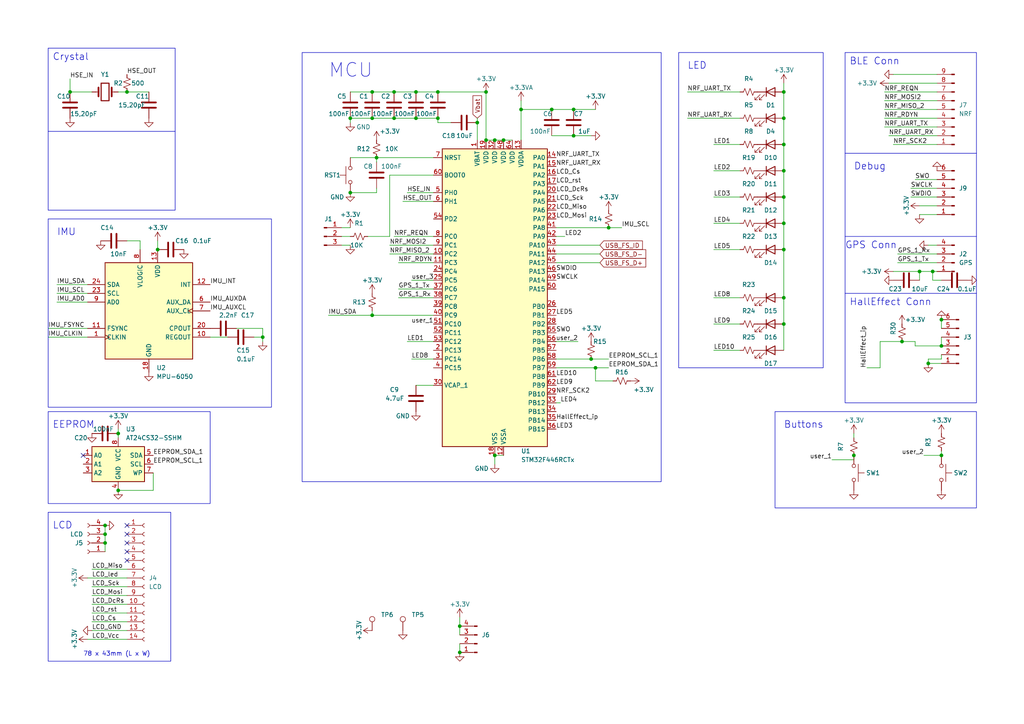
<source format=kicad_sch>
(kicad_sch (version 20230121) (generator eeschema)
  (paper "A4")
  (junction (at 34.29 125.73))
  (junction (at 261.62 99.06))
  (junction (at 247.65 132.08))
  (junction (at 140.97 26.67))
  (junction (at 227.33 72.39))
  (junction (at 138.43 35.56))
  (junction (at 109.22 45.72))
  (junction (at 166.37 39.37))
  (junction (at 107.95 26.67))
  (junction (at 143.51 40.64))
  (junction (at 269.24 105.41))
  (junction (at 76.2 97.79))
  (junction (at 151.13 31.75))
  (junction (at 160.02 31.75))
  (junction (at 273.05 132.08))
  (junction (at 133.35 181.61))
  (junction (at 45.72 72.39))
  (junction (at 107.95 34.29))
  (junction (at 127 26.67))
  (junction (at 114.3 34.29))
  (junction (at 146.05 40.64))
  (junction (at 20.32 26.67))
  (junction (at 273.05 100.33))
  (junction (at 143.51 132.08))
  (junction (at 270.51 78.74))
  (junction (at 30.48 152.4))
  (junction (at 227.33 41.91))
  (junction (at 120.65 26.67))
  (junction (at 266.7 78.74))
  (junction (at 34.29 142.24))
  (junction (at 227.33 49.53))
  (junction (at 176.53 66.04))
  (junction (at 227.33 86.36))
  (junction (at 166.37 31.75))
  (junction (at 120.65 34.29))
  (junction (at 30.48 157.48))
  (junction (at 101.6 55.88))
  (junction (at 36.83 26.67))
  (junction (at 127 34.29))
  (junction (at 227.33 57.15))
  (junction (at 133.35 189.23))
  (junction (at 172.72 106.68))
  (junction (at 273.05 92.71))
  (junction (at 30.48 154.94))
  (junction (at 140.97 40.64))
  (junction (at 227.33 34.29))
  (junction (at 171.45 104.14))
  (junction (at 107.95 91.44))
  (junction (at 227.33 26.67))
  (junction (at 101.6 34.29))
  (junction (at 114.3 26.67))
  (junction (at 227.33 93.98))
  (junction (at 227.33 64.77))
  (no_connect (at 24.13 132.08))
  (no_connect (at 36.83 152.4))
  (no_connect (at 36.83 154.94))
  (no_connect (at 36.83 162.56))
  (no_connect (at 36.83 160.02))
  (no_connect (at 36.83 157.48))
  (wire (pts (xy 151.13 29.21) (xy 151.13 31.75)))
  (wire (pts (xy 227.33 24.13) (xy 227.33 26.67)))
  (wire (pts (xy 161.29 68.58) (xy 163.83 68.58)))
  (wire (pts (xy 260.35 73.66) (xy 271.78 73.66)))
  (wire (pts (xy 265.43 52.07) (xy 271.78 52.07)))
  (wire (pts (xy 34.29 26.67) (xy 36.83 26.67)))
  (wire (pts (xy 146.05 40.64) (xy 148.59 40.64)))
  (wire (pts (xy 176.53 106.68) (xy 172.72 106.68)))
  (wire (pts (xy 257.81 24.13) (xy 271.78 24.13)))
  (wire (pts (xy 177.8 110.49) (xy 172.72 110.49)))
  (wire (pts (xy 265.43 99.06) (xy 265.43 100.33)))
  (wire (pts (xy 257.81 39.37) (xy 271.78 39.37)))
  (wire (pts (xy 269.24 104.14) (xy 269.24 105.41)))
  (wire (pts (xy 101.6 34.29) (xy 107.95 34.29)))
  (wire (pts (xy 26.67 175.26) (xy 36.83 175.26)))
  (wire (pts (xy 256.54 26.67) (xy 271.78 26.67)))
  (wire (pts (xy 118.11 55.88) (xy 125.73 55.88)))
  (wire (pts (xy 270.51 78.74) (xy 271.78 78.74)))
  (wire (pts (xy 162.56 116.84) (xy 161.29 116.84)))
  (wire (pts (xy 114.3 34.29) (xy 120.65 34.29)))
  (wire (pts (xy 107.95 91.44) (xy 125.73 91.44)))
  (wire (pts (xy 113.03 73.66) (xy 125.73 73.66)))
  (wire (pts (xy 264.16 57.15) (xy 271.78 57.15)))
  (wire (pts (xy 227.33 26.67) (xy 227.33 34.29)))
  (wire (pts (xy 161.29 71.12) (xy 173.99 71.12)))
  (wire (pts (xy 255.27 99.06) (xy 261.62 99.06)))
  (wire (pts (xy 199.39 34.29) (xy 214.63 34.29)))
  (wire (pts (xy 95.25 91.44) (xy 107.95 91.44)))
  (wire (pts (xy 273.05 92.71) (xy 273.05 95.25)))
  (wire (pts (xy 241.3 133.35) (xy 247.65 133.35)))
  (wire (pts (xy 20.32 26.67) (xy 26.67 26.67)))
  (wire (pts (xy 266.7 59.69) (xy 271.78 59.69)))
  (wire (pts (xy 227.33 34.29) (xy 227.33 41.91)))
  (wire (pts (xy 36.83 69.85) (xy 40.64 69.85)))
  (wire (pts (xy 44.45 137.16) (xy 44.45 142.24)))
  (wire (pts (xy 143.51 40.64) (xy 146.05 40.64)))
  (wire (pts (xy 266.7 78.74) (xy 270.51 78.74)))
  (wire (pts (xy 120.65 111.76) (xy 125.73 111.76)))
  (wire (pts (xy 30.48 154.94) (xy 30.48 157.48)))
  (wire (pts (xy 60.96 97.79) (xy 66.04 97.79)))
  (wire (pts (xy 140.97 26.67) (xy 140.97 40.64)))
  (wire (pts (xy 109.22 55.88) (xy 101.6 55.88)))
  (wire (pts (xy 273.05 105.41) (xy 269.24 105.41)))
  (wire (pts (xy 26.67 177.8) (xy 36.83 177.8)))
  (wire (pts (xy 151.13 31.75) (xy 160.02 31.75)))
  (wire (pts (xy 76.2 95.25) (xy 76.2 97.79)))
  (wire (pts (xy 171.45 39.37) (xy 166.37 39.37)))
  (wire (pts (xy 269.24 71.12) (xy 271.78 71.12)))
  (wire (pts (xy 138.43 35.56) (xy 138.43 40.64)))
  (wire (pts (xy 171.45 104.14) (xy 161.29 104.14)))
  (wire (pts (xy 13.97 95.25) (xy 25.4 95.25)))
  (wire (pts (xy 199.39 26.67) (xy 214.63 26.67)))
  (wire (pts (xy 133.35 186.69) (xy 133.35 189.23)))
  (wire (pts (xy 99.06 71.12) (xy 101.6 71.12)))
  (wire (pts (xy 76.2 97.79) (xy 76.2 99.06)))
  (wire (pts (xy 227.33 86.36) (xy 227.33 93.98)))
  (wire (pts (xy 227.33 41.91) (xy 227.33 49.53)))
  (wire (pts (xy 115.57 86.36) (xy 125.73 86.36)))
  (wire (pts (xy 140.97 40.64) (xy 143.51 40.64)))
  (wire (pts (xy 256.54 36.83) (xy 271.78 36.83)))
  (wire (pts (xy 107.95 34.29) (xy 114.3 34.29)))
  (wire (pts (xy 227.33 64.77) (xy 227.33 72.39)))
  (wire (pts (xy 265.43 100.33) (xy 273.05 100.33)))
  (wire (pts (xy 99.06 66.04) (xy 101.6 66.04)))
  (wire (pts (xy 127 35.56) (xy 127 34.29)))
  (wire (pts (xy 247.65 125.73) (xy 247.65 127)))
  (wire (pts (xy 109.22 55.88) (xy 109.22 54.61)))
  (wire (pts (xy 45.72 69.85) (xy 45.72 72.39)))
  (wire (pts (xy 73.66 97.79) (xy 76.2 97.79)))
  (wire (pts (xy 172.72 110.49) (xy 172.72 106.68)))
  (wire (pts (xy 120.65 26.67) (xy 127 26.67)))
  (wire (pts (xy 16.51 82.55) (xy 25.4 82.55)))
  (wire (pts (xy 166.37 31.75) (xy 172.72 31.75)))
  (wire (pts (xy 109.22 46.99) (xy 109.22 45.72)))
  (wire (pts (xy 207.01 57.15) (xy 214.63 57.15)))
  (wire (pts (xy 266.7 62.23) (xy 271.78 62.23)))
  (wire (pts (xy 13.97 97.79) (xy 25.4 97.79)))
  (wire (pts (xy 264.16 54.61) (xy 271.78 54.61)))
  (wire (pts (xy 247.65 133.35) (xy 247.65 132.08)))
  (wire (pts (xy 107.95 90.17) (xy 107.95 91.44)))
  (wire (pts (xy 160.02 31.75) (xy 166.37 31.75)))
  (wire (pts (xy 40.64 69.85) (xy 40.64 72.39)))
  (wire (pts (xy 118.11 99.06) (xy 125.73 99.06)))
  (wire (pts (xy 207.01 72.39) (xy 214.63 72.39)))
  (wire (pts (xy 113.03 68.58) (xy 113.03 50.8)))
  (wire (pts (xy 101.6 26.67) (xy 107.95 26.67)))
  (wire (pts (xy 30.48 157.48) (xy 30.48 160.02)))
  (wire (pts (xy 101.6 45.72) (xy 109.22 45.72)))
  (wire (pts (xy 273.05 81.28) (xy 270.51 81.28)))
  (wire (pts (xy 259.08 21.59) (xy 271.78 21.59)))
  (wire (pts (xy 207.01 64.77) (xy 214.63 64.77)))
  (wire (pts (xy 176.53 104.14) (xy 171.45 104.14)))
  (wire (pts (xy 255.27 106.68) (xy 255.27 99.06)))
  (wire (pts (xy 207.01 49.53) (xy 214.63 49.53)))
  (wire (pts (xy 114.3 68.58) (xy 125.73 68.58)))
  (wire (pts (xy 107.95 26.67) (xy 114.3 26.67)))
  (wire (pts (xy 160.02 39.37) (xy 166.37 39.37)))
  (wire (pts (xy 20.32 22.86) (xy 20.32 26.67)))
  (wire (pts (xy 16.51 85.09) (xy 25.4 85.09)))
  (wire (pts (xy 207.01 93.98) (xy 214.63 93.98)))
  (wire (pts (xy 113.03 71.12) (xy 125.73 71.12)))
  (wire (pts (xy 259.08 41.91) (xy 271.78 41.91)))
  (wire (pts (xy 101.6 35.56) (xy 101.6 34.29)))
  (wire (pts (xy 120.65 34.29) (xy 127 34.29)))
  (wire (pts (xy 256.54 34.29) (xy 271.78 34.29)))
  (wire (pts (xy 273.05 102.87) (xy 273.05 104.14)))
  (wire (pts (xy 207.01 41.91) (xy 214.63 41.91)))
  (wire (pts (xy 180.34 66.04) (xy 176.53 66.04)))
  (wire (pts (xy 34.29 124.46) (xy 34.29 125.73)))
  (wire (pts (xy 267.97 132.08) (xy 273.05 132.08)))
  (wire (pts (xy 116.84 58.42) (xy 125.73 58.42)))
  (wire (pts (xy 227.33 72.39) (xy 227.33 86.36)))
  (wire (pts (xy 227.33 93.98) (xy 227.33 101.6)))
  (wire (pts (xy 227.33 57.15) (xy 227.33 64.77)))
  (wire (pts (xy 68.58 95.25) (xy 76.2 95.25)))
  (wire (pts (xy 256.54 31.75) (xy 271.78 31.75)))
  (wire (pts (xy 26.67 165.1) (xy 36.83 165.1)))
  (wire (pts (xy 256.54 29.21) (xy 271.78 29.21)))
  (wire (pts (xy 133.35 181.61) (xy 133.35 184.15)))
  (wire (pts (xy 115.57 76.2) (xy 125.73 76.2)))
  (wire (pts (xy 138.43 34.29) (xy 138.43 35.56)))
  (wire (pts (xy 16.51 87.63) (xy 25.4 87.63)))
  (wire (pts (xy 161.29 76.2) (xy 173.99 76.2)))
  (wire (pts (xy 151.13 31.75) (xy 151.13 40.64)))
  (wire (pts (xy 227.33 49.53) (xy 227.33 57.15)))
  (wire (pts (xy 26.67 172.72) (xy 36.83 172.72)))
  (wire (pts (xy 207.01 86.36) (xy 214.63 86.36)))
  (wire (pts (xy 270.51 81.28) (xy 270.51 78.74)))
  (wire (pts (xy 115.57 83.82) (xy 125.73 83.82)))
  (wire (pts (xy 251.46 106.68) (xy 255.27 106.68)))
  (wire (pts (xy 260.35 76.2) (xy 271.78 76.2)))
  (wire (pts (xy 133.35 179.07) (xy 133.35 181.61)))
  (wire (pts (xy 127 26.67) (xy 140.97 26.67)))
  (wire (pts (xy 161.29 73.66) (xy 173.99 73.66)))
  (wire (pts (xy 34.29 125.73) (xy 34.29 127)))
  (wire (pts (xy 25.4 185.42) (xy 36.83 185.42)))
  (wire (pts (xy 273.05 104.14) (xy 269.24 104.14)))
  (wire (pts (xy 119.38 81.28) (xy 125.73 81.28)))
  (wire (pts (xy 30.48 152.4) (xy 30.48 154.94)))
  (wire (pts (xy 143.51 132.08) (xy 143.51 134.62)))
  (polyline (pts (xy 245.11 68.58) (xy 283.21 68.58)))
  (polyline (pts (xy 245.11 85.09) (xy 283.21 85.09)))
  (wire (pts (xy 114.3 26.67) (xy 120.65 26.67)))
  (wire (pts (xy 44.45 142.24) (xy 34.29 142.24)))
  (wire (pts (xy 130.81 35.56) (xy 127 35.56)))
  (wire (pts (xy 25.4 167.64) (xy 36.83 167.64)))
  (wire (pts (xy 259.08 78.74) (xy 266.7 78.74)))
  (wire (pts (xy 172.72 106.68) (xy 161.29 106.68)))
  (wire (pts (xy 109.22 45.72) (xy 125.73 45.72)))
  (wire (pts (xy 266.7 78.74) (xy 266.7 81.28)))
  (wire (pts (xy 26.67 170.18) (xy 36.83 170.18)))
  (wire (pts (xy 26.67 180.34) (xy 36.83 180.34)))
  (wire (pts (xy 273.05 130.81) (xy 273.05 132.08)))
  (wire (pts (xy 106.68 68.58) (xy 113.03 68.58)))
  (wire (pts (xy 99.06 68.58) (xy 101.6 68.58)))
  (wire (pts (xy 167.64 99.06) (xy 161.29 99.06)))
  (polyline (pts (xy 245.11 44.45) (xy 283.21 44.45)))
  (wire (pts (xy 261.62 99.06) (xy 265.43 99.06)))
  (wire (pts (xy 26.67 182.88) (xy 36.83 182.88)))
  (polyline (pts (xy 13.97 38.1) (xy 50.8 38.1)))
  (wire (pts (xy 113.03 50.8) (xy 125.73 50.8)))
  (wire (pts (xy 119.38 104.14) (xy 125.73 104.14)))
  (wire (pts (xy 36.83 26.67) (xy 43.18 26.67)))
  (wire (pts (xy 273.05 97.79) (xy 273.05 100.33)))
  (wire (pts (xy 207.01 101.6) (xy 214.63 101.6)))
  (wire (pts (xy 143.51 132.08) (xy 146.05 132.08)))
  (wire (pts (xy 176.53 66.04) (xy 161.29 66.04)))
  (rectangle (start 224.79 119.38) (end 283.21 147.32))
  (rectangle (start 13.97 119.38) (end 60.96 146.05))
  (rectangle (start 13.97 148.59) (end 49.53 191.77))
  (rectangle (start 245.11 15.24) (end 283.21 116.84))
  (rectangle (start 196.85 15.24) (end 238.76 106.68))
  (rectangle (start 87.63 15.24) (end 191.77 139.7))
  (rectangle (start 13.97 63.5) (end 78.74 118.11))
  (rectangle (start 13.97 13.97) (end 50.8 60.96))
  (text "Debug" (at 247.65 49.53 0) (effects (font (size 2 2)) (justify left bottom)))
  (text "GPS Conn" (at 245.11 72.39 0) (effects (font (size 2 2)) (justify left bottom)))
  (text "Buttons" (at 227.33 124.46 0) (effects (font (size 2 2)) (justify left bottom)))
  (text "78 x 43mm (L x W) " (at 24.13 190.5 0) (effects (font (size 1.27 1.27)) (justify left bottom)))
  (text "LCD" (at 15.24 153.67 0) (effects (font (size 2 2)) (justify left bottom)))
  (text "MCU" (at 95.25 22.86 0) (effects (font (size 4 4)) (justify left bottom)))
  (text "LED" (at 199.39 20.32 0) (effects (font (size 2 2)) (justify left bottom)))
  (text "IMU" (at 16.51 68.58 0) (effects (font (size 2 2)) (justify left bottom)))
  (text "HallEffect Conn" (at 246.38 88.9 0) (effects (font (size 2 2)) (justify left bottom)))
  (text "Crystal" (at 15.24 17.78 0) (effects (font (size 2 2)) (justify left bottom)))
  (text "EEPROM" (at 15.24 124.46 0) (effects (font (size 2 2)) (justify left bottom)))
  (text "BLE Conn" (at 246.38 19.05 0) (effects (font (size 2 2)) (justify left bottom)))
  (label "IMU_SDA" (at 95.25 91.44 0))
  (label "LED1" (at 118.11 99.06 0))
  (label "LCD_Mosi" (at 161.29 63.5 0))
  (label "IMU_INT" (at 60.96 82.55 0))
  (label "IMU_CLKIN" (at 13.97 97.79 0))
  (label "LED9" (at 161.29 111.76 0))
  (label "IMU_SDA" (at 16.51 82.55 0))
  (label "HSE_OUT" (at 116.84 58.42 0))
  (label "user_1" (at 241.3 133.35 180))
  (label "HSE_OUT" (at 36.83 21.59 0))
  (label "LED2" (at 163.83 68.58 0))
  (label "NRF_RDYN" (at 115.57 76.2 0))
  (label "LED8" (at 119.38 104.14 0))
  (label "NRF_SCK2" (at 161.29 114.3 0))
  (label "LCD_DcRs" (at 161.29 55.88 0))
  (label "HSE_IN" (at 118.11 55.88 0))
  (label "user_1" (at 125.73 93.98 180))
  (label "IMU_AD0" (at 16.51 87.63 0))
  (label "IMU_SCL" (at 16.51 85.09 0))
  (label "SWCLK" (at 161.29 81.28 0))
  (label "NRF_REQN" (at 114.3 68.58 0))
  (label "LED3" (at 161.29 124.46 0))
  (label "NRF_UART_TX" (at 256.54 36.83 0))
  (label "NRF_UART_RX" (at 257.81 39.37 0))
  (label "LED4" (at 162.56 116.84 0))
  (label "SWO" (at 265.43 52.07 0))
  (label "GPS_1_Rx" (at 115.57 86.36 0))
  (label "LED10" (at 161.29 109.22 0))
  (label "NRF_MOSI2" (at 256.54 29.21 0))
  (label "LED9" (at 207.01 93.98 0))
  (label "EEPROM_SCL_1" (at 176.53 104.14 0))
  (label "user_3" (at 119.38 81.28 0))
  (label "NRF_MOSI2" (at 113.03 71.12 0))
  (label "IMU_SCL" (at 180.34 66.04 0))
  (label "LCD_Sck" (at 161.29 58.42 0))
  (label "SWCLK" (at 264.16 54.61 0))
  (label "LCD_Miso" (at 161.29 60.96 0))
  (label "GPS_1_Tx" (at 115.57 83.82 0))
  (label "LED3" (at 207.01 57.15 0))
  (label "GPS_1_Tx" (at 260.35 76.2 0))
  (label "LED8" (at 207.01 86.36 0))
  (label "NRF_SCK2" (at 259.08 41.91 0))
  (label "EEPROM_SDA_1" (at 176.53 106.68 0))
  (label "NRF_MISO_2" (at 256.54 31.75 0))
  (label "LCD_Cs" (at 161.29 50.8 0))
  (label "LED10" (at 207.01 101.6 0))
  (label "NRF_UART_RX" (at 161.29 48.26 0))
  (label "LCD_Mosi" (at 26.67 172.72 0))
  (label "LED2" (at 207.01 49.53 0))
  (label "EEPROM_SCL_1" (at 44.45 134.62 0))
  (label "SWDIO" (at 264.16 57.15 0))
  (label "IMU_FSYNC" (at 13.97 95.25 0))
  (label "SWO" (at 161.29 96.52 0))
  (label "NRF_UART_TX" (at 199.39 26.67 0))
  (label "NRF_REQN" (at 256.54 26.67 0))
  (label "GPS_1_Rx" (at 260.35 73.66 0))
  (label "NRF_MISO_2" (at 113.03 73.66 0))
  (label "LCD_rst" (at 161.29 53.34 0))
  (label "LED1" (at 207.01 41.91 0))
  (label "LED4" (at 207.01 64.77 0))
  (label "HSE_IN" (at 20.32 22.86 0))
  (label "user_2" (at 167.64 99.06 180))
  (label "IMU_AUXCL" (at 60.96 90.17 0))
  (label "LED5" (at 161.29 91.44 0))
  (label "LCD_Miso" (at 26.67 165.1 0))
  (label "LCD_Vcc" (at 26.67 185.42 0))
  (label "LCD_Sck" (at 26.67 170.18 0))
  (label "HallEffect_ip" (at 161.29 121.92 0))
  (label "user_2" (at 267.97 132.08 180))
  (label "LCD_Cs" (at 26.67 180.34 0))
  (label "LCD_led" (at 26.67 167.64 0))
  (label "SWDIO" (at 161.29 78.74 0))
  (label "LCD_GND" (at 26.67 182.88 0))
  (label "HallEffect_ip" (at 251.46 106.68 90))
  (label "LCD_rst" (at 26.67 177.8 0))
  (label "LCD_DcRs" (at 26.67 175.26 0))
  (label "NRF_RDYN" (at 256.54 34.29 0))
  (label "EEPROM_SDA_1" (at 44.45 132.08 0))
  (label "NRF_UART_TX" (at 161.29 45.72 0))
  (label "IMU_AUXDA" (at 60.96 87.63 0))
  (label "LED5" (at 207.01 72.39 0))
  (label "NRF_UART_RX" (at 199.39 34.29 0))
  (global_label "Vbat" (shape input) (at 138.43 34.29 90) (property "Intersheetrefs" "${INTERSHEET_REFS}" (effects hide)))
  (global_label "USB_FS_D+" (shape input) (at 173.99 76.2 0) (property "Intersheetrefs" "${INTERSHEET_REFS}" (effects hide)))
  (global_label "USB_FS_D-" (shape input) (at 173.99 73.66 0) (property "Intersheetrefs" "${INTERSHEET_REFS}" (effects hide)))
  (global_label "USB_FS_ID" (shape input) (at 173.99 71.12 0) (property "Intersheetrefs" "${INTERSHEET_REFS}" (effects hide)))
  (symbol (lib_id "power:GND") (at 26.67 125.73 0) (unit 1)
    (property "Reference" "#PWR031" (effects hide))
    (property "Value" "GND" (effects hide))
  )
  (symbol (lib_id "power:+3.3VA") (at 151.13 29.21 0) (unit 1)
    (property "Reference" "#PWR02" (effects hide))
    (property "Value" "+3.3VA" (at 151.13 25.4 0))
  )
  (symbol (lib_id "Device:LED") (at 223.52 93.98 0) (unit 1)
    (property "Reference" "D16" (at 223.52 97.79 0))
    (property "Value" "LED" (effects hide))
    (property "Footprint" "LED_SMD:LED_PLCC-2_3.4x3.0mm_KA" (effects hide))
  )
  (symbol (lib_id "power:GND") (at 101.6 71.12 0) (unit 1)
    (property "Reference" "#PWR010" (effects hide))
    (property "Value" "GND" (effects hide))
  )
  (symbol (lib_id "Device:R_Small_US") (at 217.17 93.98 90) (unit 1)
    (property "Reference" "R24" (at 217.17 90.17 90))
    (property "Value" "1K" (effects hide))
    (property "Footprint" "Resistor_SMD:R_0805_2012Metric_Pad1.20x1.40mm_HandSolder" (effects hide))
  )
  (symbol (lib_id "power:GND") (at 26.67 182.88 270) (unit 1)
    (property "Reference" "#PWR050" (effects hide))
    (property "Value" "GND" (effects hide))
  )
  (symbol (lib_id "Device:C") (at 166.37 35.56 0) (unit 1)
    (property "Reference" "C7" (at 166.37 33.02 0) (effects (justify left)))
    (property "Value" "1uF" (at 167.64 38.1 0) (effects (justify left)))
    (property "Footprint" "Capacitor_SMD:C_0805_2012Metric_Pad1.18x1.45mm_HandSolder" (effects hide))
  )
  (symbol (lib_id "power:GND") (at 53.34 72.39 0) (unit 1)
    (property "Reference" "#PWR023" (effects hide))
    (property "Value" "GND" (effects hide))
  )
  (symbol (lib_id "Connector:Conn_01x03_Male") (at 93.98 68.58 0) (unit 1)
    (property "Reference" "J1" (at 95.25 63.5 0))
    (property "Value" "Conn_01x03_Male" (effects hide))
    (property "Footprint" "Connector_PinHeader_2.54mm:PinHeader_1x03_P2.54mm_Horizontal" (effects hide))
  )
  (symbol (lib_id "Device:R_Small_US") (at 107.95 87.63 180) (unit 1)
    (property "Reference" "R13" (at 104.14 87.63 0))
    (property "Value" "4.7k" (effects hide))
    (property "Footprint" "Resistor_SMD:R_0805_2012Metric_Pad1.20x1.40mm_HandSolder" (effects hide))
  )
  (symbol (lib_id "Device:LED") (at 223.52 101.6 0) (unit 1)
    (property "Reference" "D17" (at 223.52 105.41 0))
    (property "Value" "LED" (effects hide))
    (property "Footprint" "LED_SMD:LED_PLCC-2_3.4x3.0mm_KA" (effects hide))
  )
  (symbol (lib_id "Connector:Conn_01x09_Pin") (at 276.86 31.75 180) (unit 1)
    (property "Reference" "J7" (at 278.13 30.48 0) (effects (justify right)))
    (property "Value" "NRF" (at 278.13 33.02 0) (effects (justify right)))
    (property "Footprint" "Connector_PinSocket_2.54mm:PinSocket_1x09_P2.54mm_Vertical" (effects hide))
  )
  (symbol (lib_id "Connector:Conn_01x06_Pin") (at 278.13 100.33 180) (unit 1)
    (property "Reference" "J3" (at 279.4 97.79 0) (effects (justify right)))
    (property "Value" "Conn_01x06_Pin" (effects hide))
    (property "Footprint" "Connector_PinHeader_2.54mm:PinHeader_2x03_P2.54mm_Horizontal" (effects hide))
  )
  (symbol (lib_id "Switch:SW_Push") (at 101.6 50.8 90) (unit 1)
    (property "Reference" "RST1" (at 93.98 50.8 90) (effects (justify right)))
    (property "Value" "SW_Push" (effects hide))
    (property "Footprint" "Button_Switch_THT:SW_PUSH_6mm" (effects hide))
  )
  (symbol (lib_id "power:+3.3V") (at 172.72 31.75 0) (unit 1)
    (property "Reference" "#PWR04" (effects hide))
    (property "Value" "+3.3V" (at 172.72 27.94 0))
  )
  (symbol (lib_id "Device:R_Small_US") (at 104.14 68.58 90) (unit 1)
    (property "Reference" "R1" (at 104.14 64.77 90))
    (property "Value" "10K" (at 105.41 71.12 90) (effects (justify left)))
    (property "Footprint" "Resistor_SMD:R_0805_2012Metric_Pad1.20x1.40mm_HandSolder" (effects hide))
  )
  (symbol (lib_id "Device:C") (at 20.32 30.48 0) (unit 1)
    (property "Reference" "C10" (at 16.51 27.94 0) (effects (justify left)))
    (property "Value" "15,20pF" (at 20.32 33.02 0) (effects (justify left)))
    (property "Footprint" "Capacitor_SMD:C_0805_2012Metric_Pad1.18x1.45mm_HandSolder" (effects hide))
  )
  (symbol (lib_id "power:+3.3V") (at 107.95 182.88 90) (unit 1)
    (property "Reference" "#PWR060" (effects hide))
    (property "Value" "+3.3V" (at 104.14 182.88 0))
  )
  (symbol (lib_id "power:GND") (at 266.7 62.23 0) (unit 1)
    (property "Reference" "#PWR018" (effects hide))
    (property "Value" "GND" (effects hide))
  )
  (symbol (lib_id "Device:C") (at 114.3 30.48 0) (unit 1)
    (property "Reference" "C2" (at 110.49 27.94 0) (effects (justify left)))
    (property "Value" "100nF" (at 107.95 33.02 0) (effects (justify left)))
    (property "Footprint" "Capacitor_SMD:C_0805_2012Metric_Pad1.18x1.45mm_HandSolder" (effects hide))
  )
  (symbol (lib_id "power:GND") (at 143.51 134.62 0) (unit 1)
    (property "Reference" "#PWR07" (effects hide))
    (property "Value" "GND" (at 139.7 135.89 0))
  )
  (symbol (lib_id "Device:C") (at 120.65 115.57 0) (unit 1)
    (property "Reference" "C9" (at 113.03 113.03 0) (effects (justify left)))
    (property "Value" "4.7uF" (at 111.76 115.57 0) (effects (justify left)))
    (property "Footprint" "Capacitor_SMD:C_0805_2012Metric_Pad1.18x1.45mm_HandSolder" (effects hide))
  )
  (symbol (lib_id "Device:LED") (at 223.52 86.36 0) (unit 1)
    (property "Reference" "D15" (at 223.52 90.17 0))
    (property "Value" "LED" (effects hide))
    (property "Footprint" "LED_SMD:LED_PLCC-2_3.4x3.0mm_KA" (effects hide))
  )
  (symbol (lib_id "power:GND") (at 269.24 105.41 0) (unit 1)
    (property "Reference" "#PWR070" (effects hide))
    (property "Value" "GND" (effects hide))
  )
  (symbol (lib_id "Device:R_Small_US") (at 217.17 26.67 90) (unit 1)
    (property "Reference" "R4" (at 217.17 22.86 90))
    (property "Value" "1K" (effects hide))
    (property "Footprint" "Resistor_SMD:R_0805_2012Metric_Pad1.20x1.40mm_HandSolder" (effects hide))
  )
  (symbol (lib_id "Device:C") (at 64.77 95.25 270) (unit 1)
    (property "Reference" "C17" (at 69.85 91.44 90) (effects (justify left)))
    (property "Value" "2.2nF" (at 63.5 91.44 90) (effects (justify left)))
    (property "Footprint" "Capacitor_SMD:C_0805_2012Metric_Pad1.18x1.45mm_HandSolder" (effects hide))
  )
  (symbol (lib_id "power:+3.3V") (at 273.05 125.73 0) (unit 1)
    (property "Reference" "#PWR052" (effects hide))
    (property "Value" "+3.3V" (at 273.05 121.92 0))
  )
  (symbol (lib_id "Switch:SW_Push") (at 273.05 137.16 270) (unit 1)
    (property "Reference" "SW2" (at 280.67 137.16 90) (effects (justify right)))
    (property "Value" "SW_Push" (effects hide))
    (property "Footprint" "Button_Switch_THT:SW_PUSH_6mm" (effects hide))
  )
  (symbol (lib_id "Device:C") (at 127 30.48 0) (unit 1)
    (property "Reference" "C4" (at 123.19 27.94 0) (effects (justify left)))
    (property "Value" "100nF" (at 120.65 33.02 0) (effects (justify left)))
    (property "Footprint" "Capacitor_SMD:C_0805_2012Metric_Pad1.18x1.45mm_HandSolder" (effects hide))
  )
  (symbol (lib_id "Device:LED") (at 223.52 72.39 0) (unit 1)
    (property "Reference" "D14" (at 223.52 76.2 0))
    (property "Value" "LED" (effects hide))
    (property "Footprint" "LED_SMD:LED_PLCC-2_3.4x3.0mm_KA" (effects hide))
  )
  (symbol (lib_id "Device:R_Small_US") (at 217.17 72.39 90) (unit 1)
    (property "Reference" "R22" (at 217.17 68.58 90))
    (property "Value" "1K" (effects hide))
    (property "Footprint" "Resistor_SMD:R_0805_2012Metric_Pad1.20x1.40mm_HandSolder" (effects hide))
  )
  (symbol (lib_id "Device:LED") (at 223.52 64.77 0) (unit 1)
    (property "Reference" "D13" (at 223.52 68.58 0))
    (property "Value" "LED" (effects hide))
    (property "Footprint" "LED_SMD:LED_PLCC-2_3.4x3.0mm_KA" (effects hide))
  )
  (symbol (lib_id "power:+3.3V") (at 133.35 179.07 0) (unit 1)
    (property "Reference" "#PWR058" (effects hide))
    (property "Value" "+3.3V" (at 133.35 175.26 0))
  )
  (symbol (lib_id "Device:C") (at 160.02 35.56 0) (unit 1)
    (property "Reference" "C6" (at 157.48 33.02 0) (effects (justify left)))
    (property "Value" "100nF" (at 153.67 38.1 0) (effects (justify left)))
    (property "Footprint" "Capacitor_SMD:C_0805_2012Metric_Pad1.18x1.45mm_HandSolder" (effects hide))
  )
  (symbol (lib_id "Connector:Conn_01x04_Pin") (at 138.43 186.69 180) (unit 1)
    (property "Reference" "J6" (at 139.7 184.15 0) (effects (justify right)))
    (property "Value" " " (at 139.7 186.69 0) (effects (justify right)))
    (property "Footprint" "Connector_PinHeader_2.54mm:PinHeader_1x04_P2.54mm_Vertical" (effects hide))
  )
  (symbol (lib_id "power:GND") (at 116.84 182.88 0) (unit 1)
    (property "Reference" "#PWR061" (effects hide))
    (property "Value" "GND" (effects hide))
  )
  (symbol (lib_id "power:+3.3V") (at 176.53 60.96 0) (unit 1)
    (property "Reference" "#PWR028" (effects hide))
    (property "Value" "+3.3V" (at 176.53 57.15 0))
  )
  (symbol (lib_id "Device:C") (at 49.53 72.39 270) (unit 1)
    (property "Reference" "C16" (at 50.8 69.85 90) (effects (justify left)))
    (property "Value" "0.1uF" (at 55.88 69.85 90) (effects (justify left)))
    (property "Footprint" "Capacitor_SMD:C_0805_2012Metric_Pad1.18x1.45mm_HandSolder" (effects hide))
  )
  (symbol (lib_id "Device:LED") (at 223.52 26.67 0) (unit 1)
    (property "Reference" "D1" (at 223.52 30.48 0))
    (property "Value" "LED" (effects hide))
    (property "Footprint" "LED_SMD:LED_PLCC-2_3.4x3.0mm_KA" (effects hide))
  )
  (symbol (lib_id "power:+3.3V") (at 259.08 78.74 90) (unit 1)
    (property "Reference" "#PWR015" (effects hide))
    (property "Value" "+3.3V" (at 252.73 78.74 90))
  )
  (symbol (lib_id "power:GND") (at 247.65 142.24 0) (unit 1)
    (property "Reference" "#PWR055" (effects hide))
    (property "Value" "GND" (effects hide))
  )
  (symbol (lib_id "power:+3.3V") (at 227.33 24.13 0) (unit 1)
    (property "Reference" "#PWR042" (effects hide))
    (property "Value" "+3.3V" (at 227.33 20.32 0))
  )
  (symbol (lib_id "Device:R_Small_US") (at 261.62 96.52 180) (unit 1)
    (property "Reference" "R30" (at 259.08 95.25 90))
    (property "Value" "10K" (effects hide))
    (property "Footprint" "Resistor_SMD:R_0805_2012Metric_Pad1.20x1.40mm_HandSolder" (effects hide))
  )
  (symbol (lib_id "Device:C") (at 30.48 125.73 90) (unit 1)
    (property "Reference" "C20" (at 25.4 127 90) (effects (justify left)))
    (property "Value" "100nF" (at 33.02 124.46 90) (effects (justify left)))
    (property "Footprint" "Capacitor_SMD:C_0603_1608Metric_Pad1.08x0.95mm_HandSolder" (effects hide))
  )
  (symbol (lib_id "power:+3.3V") (at 257.81 24.13 90) (unit 1)
    (property "Reference" "#PWR056" (effects hide))
    (property "Value" "+3.3V" (at 251.46 24.13 90))
  )
  (symbol (lib_id "Device:C") (at 69.85 97.79 270) (unit 1)
    (property "Reference" "C15" (at 68.58 101.6 90) (effects (justify left)))
    (property "Value" "0.1uF" (at 68.58 104.14 90) (effects (justify left)))
    (property "Footprint" "Capacitor_SMD:C_0805_2012Metric_Pad1.18x1.45mm_HandSolder" (effects hide))
  )
  (symbol (lib_id "power:+3.3V") (at 45.72 69.85 0) (unit 1)
    (property "Reference" "#PWR019" (effects hide))
    (property "Value" "+3.3V" (at 45.72 66.04 0))
  )
  (symbol (lib_id "power:+3.3V") (at 182.88 110.49 270) (unit 1)
    (property "Reference" "#PWR030" (effects hide))
    (property "Value" "+3.3V" (at 186.69 113.03 90))
  )
  (symbol (lib_id "Device:R_Small_US") (at 217.17 49.53 90) (unit 1)
    (property "Reference" "R19" (at 217.17 45.72 90))
    (property "Value" "1K" (effects hide))
    (property "Footprint" "Resistor_SMD:R_0805_2012Metric_Pad1.20x1.40mm_HandSolder" (effects hide))
  )
  (symbol (lib_id "power:GND") (at 101.6 55.88 0) (unit 1)
    (property "Reference" "#PWR06" (effects hide))
    (property "Value" "GND" (at 97.79 57.15 0))
  )
  (symbol (lib_id "power:GND") (at 20.32 34.29 0) (unit 1)
    (property "Reference" "#PWR011" (effects hide))
    (property "Value" "GND" (effects hide))
  )
  (symbol (lib_id "power:GND") (at 273.05 92.71 180) (unit 1)
    (property "Reference" "#PWR013" (effects hide))
    (property "Value" "GND" (effects hide))
  )
  (symbol (lib_id "power:+3.3V") (at 101.6 66.04 0) (unit 1)
    (property "Reference" "#PWR09" (effects hide))
    (property "Value" "+3.3V" (at 101.6 62.23 0))
  )
  (symbol (lib_id "power:GND") (at 259.08 81.28 270) (unit 1)
    (property "Reference" "#PWR034" (effects hide))
    (property "Value" "GND" (effects hide))
  )
  (symbol (lib_id "MCU_ST_STM32F4:STM32F446RCTx") (at 143.51 86.36 0) (unit 1)
    (property "Reference" "U1" (at 151.13 130.81 0) (effects (justify left)))
    (property "Value" "STM32F446RCTx" (at 151.13 133.35 0) (effects (justify left)))
    (property "Footprint" "Package_QFP:LQFP-64_10x10mm_P0.5mm" (effects hide))
    (property "Datasheet" "https://www.st.com/resource/en/datasheet/stm32f446rc.pdf" (effects hide))
  )
  (symbol (lib_id "power:GND") (at 29.21 69.85 0) (unit 1)
    (property "Reference" "#PWR021" (effects hide))
    (property "Value" "GND" (effects hide))
  )
  (symbol (lib_id "Device:R_Small_US") (at 273.05 128.27 180) (unit 1)
    (property "Reference" "R3" (at 269.24 128.27 90))
    (property "Value" "10K" (effects hide))
    (property "Footprint" "Resistor_SMD:R_0805_2012Metric_Pad1.20x1.40mm_HandSolder" (effects hide))
  )
  (symbol (lib_id "power:GND") (at 30.48 152.4 90) (unit 1)
    (property "Reference" "#PWR049" (effects hide))
    (property "Value" "GND" (effects hide))
  )
  (symbol (lib_id "power:GND") (at 271.78 49.53 180) (unit 1)
    (property "Reference" "#PWR048" (effects hide))
    (property "Value" "GND" (effects hide))
  )
  (symbol (lib_id "power:GND") (at 273.05 142.24 0) (unit 1)
    (property "Reference" "#PWR053" (effects hide))
    (property "Value" "GND" (effects hide))
  )
  (symbol (lib_id "Connector:TestPoint") (at 116.84 182.88 0) (unit 1)
    (property "Reference" "TP5" (at 119.38 178.308 0) (effects (justify left)))
    (property "Value" "GND" (effects hide))
    (property "Footprint" "TestPoint:TestPoint_Pad_D1.5mm" (effects hide))
  )
  (symbol (lib_id "Memory_EEPROM:AT24CS32-SSHM") (at 34.29 134.62 0) (unit 1)
    (property "Reference" "U3" (at 36.4841 124.46 0) (effects (justify left)))
    (property "Value" "AT24CS32-SSHM" (at 36.4841 127 0) (effects (justify left)))
    (property "Footprint" "Package_SO:SOIC-8_3.9x4.9mm_P1.27mm" (effects hide))
    (property "Datasheet" "http://ww1.microchip.com/downloads/en/DeviceDoc/Atmel-8869-SEEPROM-AT24CS32-Datasheet.pdf" (effects hide))
  )
  (symbol (lib_id "Device:LED") (at 223.52 34.29 0) (unit 1)
    (property "Reference" "D4" (at 223.52 38.1 0))
    (property "Value" "LED" (effects hide))
    (property "Footprint" "LED_SMD:LED_PLCC-2_3.4x3.0mm_KA" (effects hide))
  )
  (symbol (lib_id "power:GND") (at 34.29 142.24 0) (unit 1)
    (property "Reference" "#PWR036" (effects hide))
    (property "Value" "GND" (effects hide))
  )
  (symbol (lib_id "Connector:Conn_01x06_Pin") (at 276.86 57.15 180) (unit 1)
    (property "Reference" "J9" (at 278.13 54.61 0) (effects (justify right)))
    (property "Value" "Conn_01x06_Pin" (effects hide))
    (property "Footprint" "Connector_PinHeader_2.54mm:PinHeader_1x06_P2.54mm_Horizontal" (effects hide))
  )
  (symbol (lib_id "power:+3.3V") (at 25.4 167.64 90) (unit 1)
    (property "Reference" "#PWR051" (effects hide))
    (property "Value" "+3.3V" (at 21.59 167.64 0))
  )
  (symbol (lib_id "Device:LED") (at 223.52 49.53 0) (unit 1)
    (property "Reference" "D11" (at 223.52 53.34 0))
    (property "Value" "LED" (effects hide))
    (property "Footprint" "LED_SMD:LED_PLCC-2_3.4x3.0mm_KA" (effects hide))
  )
  (symbol (lib_id "power:GND") (at 280.67 81.28 90) (unit 1)
    (property "Reference" "#PWR035" (effects hide))
    (property "Value" "GND" (effects hide))
  )
  (symbol (lib_id "Device:C") (at 262.89 81.28 90) (unit 1)
    (property "Reference" "C23" (at 261.62 83.82 90) (effects (justify left)))
    (property "Value" "10uF" (at 269.24 83.82 90) (effects (justify left)))
    (property "Footprint" "Capacitor_SMD:C_0805_2012Metric_Pad1.18x1.45mm_HandSolder" (effects hide))
  )
  (symbol (lib_id "power:GND") (at 269.24 71.12 270) (unit 1)
    (property "Reference" "#PWR016" (effects hide))
    (property "Value" "GND" (effects hide))
  )
  (symbol (lib_id "Device:R_Small_US") (at 217.17 57.15 90) (unit 1)
    (property "Reference" "R20" (at 217.17 53.34 90))
    (property "Value" "1K" (effects hide))
    (property "Footprint" "Resistor_SMD:R_0805_2012Metric_Pad1.20x1.40mm_HandSolder" (effects hide))
  )
  (symbol (lib_id "Device:R_Small_US") (at 171.45 101.6 180) (unit 1)
    (property "Reference" "R15" (at 173.99 99.06 0))
    (property "Value" "4.7k" (effects hide))
    (property "Footprint" "Resistor_SMD:R_0805_2012Metric_Pad1.20x1.40mm_HandSolder" (effects hide))
  )
  (symbol (lib_id "power:GND") (at 76.2 99.06 0) (unit 1)
    (property "Reference" "#PWR022" (effects hide))
    (property "Value" "GND" (effects hide))
  )
  (symbol (lib_id "Device:C") (at 107.95 30.48 0) (unit 1)
    (property "Reference" "C1" (at 104.14 27.94 0) (effects (justify left)))
    (property "Value" "100nF" (at 101.6 33.02 0) (effects (justify left)))
    (property "Footprint" "Capacitor_SMD:C_0805_2012Metric_Pad1.18x1.45mm_HandSolder" (effects hide))
  )
  (symbol (lib_id "power:+3.3V") (at 171.45 99.06 0) (unit 1)
    (property "Reference" "#PWR029" (effects hide))
    (property "Value" "+3.3V" (at 171.45 95.25 0))
  )
  (symbol (lib_id "Device:C") (at 109.22 50.8 0) (unit 1)
    (property "Reference" "C8" (at 105.41 48.26 0) (effects (justify left)))
    (property "Value" "100nF" (at 110.49 48.26 0) (effects (justify left)))
    (property "Footprint" "Capacitor_SMD:C_0805_2012Metric_Pad1.18x1.45mm_HandSolder" (effects hide))
  )
  (symbol (lib_id "Device:C") (at 276.86 81.28 90) (unit 1)
    (property "Reference" "C24" (at 275.59 83.82 90) (effects (justify left)))
    (property "Value" "0.1uF" (at 283.21 83.82 90) (effects (justify left)))
    (property "Footprint" "Capacitor_SMD:C_0805_2012Metric_Pad1.18x1.45mm_HandSolder" (effects hide))
  )
  (symbol (lib_id "power:GND") (at 259.08 21.59 270) (unit 1)
    (property "Reference" "#PWR057" (effects hide))
    (property "Value" "GND" (effects hide))
  )
  (symbol (lib_id "Device:R_Small_US") (at 217.17 64.77 90) (unit 1)
    (property "Reference" "R21" (at 217.17 60.96 90))
    (property "Value" "1K" (effects hide))
    (property "Footprint" "Resistor_SMD:R_0805_2012Metric_Pad1.20x1.40mm_HandSolder" (effects hide))
  )
  (symbol (lib_id "Connector:TestPoint") (at 107.95 182.88 0) (unit 1)
    (property "Reference" "TP6" (at 110.49 178.308 0) (effects (justify left)))
    (property "Value" "3v3" (effects hide))
    (property "Footprint" "TestPoint:TestPoint_Pad_D1.5mm" (effects hide))
  )
  (symbol (lib_id "Device:C") (at 43.18 30.48 0) (unit 1)
    (property "Reference" "C11" (at 39.37 27.94 0) (effects (justify left)))
    (property "Value" "15,20pF" (at 34.29 30.48 0) (effects (justify left)))
    (property "Footprint" "Capacitor_SMD:C_0805_2012Metric_Pad1.18x1.45mm_HandSolder" (effects hide))
  )
  (symbol (lib_id "power:GND") (at 43.18 34.29 0) (unit 1)
    (property "Reference" "#PWR012" (effects hide))
    (property "Value" "GND" (effects hide))
  )
  (symbol (lib_id "power:+3.3V") (at 261.62 93.98 0) (unit 1)
    (property "Reference" "#PWR040" (effects hide))
    (property "Value" "+3.3V" (at 265.43 92.71 0))
  )
  (symbol (lib_id "power:+3.3V") (at 247.65 125.73 0) (unit 1)
    (property "Reference" "#PWR054" (effects hide))
    (property "Value" "+3.3V" (at 247.65 121.92 0))
  )
  (symbol (lib_id "power:GND") (at 133.35 189.23 0) (unit 1)
    (property "Reference" "#PWR059" (effects hide))
    (property "Value" "GND" (effects hide))
  )
  (symbol (lib_id "Device:C") (at 134.62 35.56 90) (unit 1)
    (property "Reference" "C18" (at 132.08 39.37 90) (effects (justify left)))
    (property "Value" "10uF" (at 137.16 39.37 90) (effects (justify left)))
    (property "Footprint" "Capacitor_SMD:C_0805_2012Metric_Pad1.18x1.45mm_HandSolder" (effects hide))
  )
  (symbol (lib_id "Switch:SW_Push") (at 247.65 137.16 270) (unit 1)
    (property "Reference" "SW1" (at 255.27 137.16 90) (effects (justify right)))
    (property "Value" "SW_Push" (effects hide))
    (property "Footprint" "Button_Switch_THT:SW_PUSH_6mm" (effects hide))
  )
  (symbol (lib_id "power:+3.3V") (at 34.29 124.46 0) (unit 1)
    (property "Reference" "#PWR025" (effects hide))
    (property "Value" "+3.3V" (at 34.29 120.65 0))
  )
  (symbol (lib_id "Device:C") (at 33.02 69.85 90) (unit 1)
    (property "Reference" "C14" (at 33.02 66.04 90) (effects (justify left)))
    (property "Value" "10nF" (at 36.83 73.66 90) (effects (justify left)))
    (property "Footprint" "Capacitor_SMD:C_0805_2012Metric_Pad1.18x1.45mm_HandSolder" (effects hide))
  )
  (symbol (lib_id "power:+3.3V") (at 109.22 40.64 0) (unit 1)
    (property "Reference" "#PWR026" (effects hide))
    (property "Value" "+3.3V" (at 113.03 38.1 0))
  )
  (symbol (lib_id "power:+3.3V") (at 25.4 185.42 90) (unit 1)
    (property "Reference" "#PWR041" (effects hide))
    (property "Value" "+3.3V" (at 21.59 185.42 0))
  )
  (symbol (lib_id "Device:LED") (at 223.52 57.15 0) (unit 1)
    (property "Reference" "D12" (at 223.52 60.96 0))
    (property "Value" "LED" (effects hide))
    (property "Footprint" "LED_SMD:LED_PLCC-2_3.4x3.0mm_KA" (effects hide))
  )
  (symbol (lib_id "Connector:Conn_01x14_Socket") (at 41.91 167.64 0) (unit 1)
    (property "Reference" "J4" (at 43.18 167.64 0) (effects (justify left)))
    (property "Value" "LCD" (at 43.18 170.18 0) (effects (justify left)))
    (property "Footprint" "Connector_PinSocket_2.54mm:PinSocket_1x14_P2.54mm_Vertical" (effects hide))
  )
  (symbol (lib_id "power:+3.3V") (at 107.95 85.09 0) (unit 1)
    (property "Reference" "#PWR027" (effects hide))
    (property "Value" "+3.3V" (at 107.95 81.28 0))
  )
  (symbol (lib_id "power:GND") (at 171.45 39.37 90) (unit 1)
    (property "Reference" "#PWR03" (effects hide))
    (property "Value" "GND" (effects hide))
  )
  (symbol (lib_id "power:+3.3V") (at 266.7 59.69 90) (unit 1)
    (property "Reference" "#PWR017" (effects hide))
    (property "Value" "+3.3V" (at 262.89 59.69 0))
  )
  (symbol (lib_id "Device:R_Small_US") (at 217.17 86.36 90) (unit 1)
    (property "Reference" "R23" (at 217.17 82.55 90))
    (property "Value" "1K" (effects hide))
    (property "Footprint" "Resistor_SMD:R_0805_2012Metric_Pad1.20x1.40mm_HandSolder" (effects hide))
  )
  (symbol (lib_id "power:GND") (at 120.65 119.38 0) (unit 1)
    (property "Reference" "#PWR08" (effects hide))
    (property "Value" "GND" (at 116.84 120.65 0))
  )
  (symbol (lib_id "power:GND") (at 43.18 107.95 0) (unit 1)
    (property "Reference" "#PWR020" (effects hide))
    (property "Value" "GND" (effects hide))
  )
  (symbol (lib_id "Device:R_Small_US") (at 247.65 129.54 180) (unit 1)
    (property "Reference" "R7" (at 243.84 129.54 90))
    (property "Value" "10K" (effects hide))
    (property "Footprint" "Resistor_SMD:R_0805_2012Metric_Pad1.20x1.40mm_HandSolder" (effects hide))
  )
  (symbol (lib_id "Device:R_Small_US") (at 176.53 63.5 180) (unit 1)
    (property "Reference" "R14" (at 172.72 63.5 0))
    (property "Value" "4.7k" (effects hide))
    (property "Footprint" "Resistor_SMD:R_0805_2012Metric_Pad1.20x1.40mm_HandSolder" (effects hide))
  )
  (symbol (lib_id "Device:R_Small_US") (at 180.34 110.49 90) (unit 1)
    (property "Reference" "R16" (at 180.34 107.95 90))
    (property "Value" "4.7k" (effects hide))
    (property "Footprint" "Resistor_SMD:R_0805_2012Metric_Pad1.20x1.40mm_HandSolder" (effects hide))
  )
  (symbol (lib_id "Device:R_Small_US") (at 217.17 41.91 90) (unit 1)
    (property "Reference" "R8" (at 217.17 38.1 90))
    (property "Value" "1K" (effects hide))
    (property "Footprint" "Resistor_SMD:R_0805_2012Metric_Pad1.20x1.40mm_HandSolder" (effects hide))
  )
  (symbol (lib_id "Connector:Conn_01x04_Socket") (at 25.4 157.48 180) (unit 1)
    (property "Reference" "J5" (at 24.13 157.48 0) (effects (justify left)))
    (property "Value" "LCD" (at 24.13 154.94 0) (effects (justify left)))
    (property "Footprint" "Connector_PinSocket_2.54mm:PinSocket_1x04_P2.54mm_Vertical" (effects hide))
  )
  (symbol (lib_id "Device:R_Small_US") (at 217.17 101.6 90) (unit 1)
    (property "Reference" "R25" (at 217.17 97.79 90))
    (property "Value" "1K" (effects hide))
    (property "Footprint" "Resistor_SMD:R_0805_2012Metric_Pad1.20x1.40mm_HandSolder" (effects hide))
  )
  (symbol (lib_id "Device:LED") (at 223.52 41.91 0) (unit 1)
    (property "Reference" "D10" (at 223.52 45.72 0))
    (property "Value" "LED" (effects hide))
    (property "Footprint" "LED_SMD:LED_PLCC-2_3.4x3.0mm_KA" (effects hide))
  )
  (symbol (lib_id "power:GND") (at 101.6 35.56 0) (unit 1)
    (property "Reference" "#PWR01" (effects hide))
    (property "Value" "GND" (at 105.41 36.83 0))
  )
  (symbol (lib_id "Device:Crystal") (at 30.48 26.67 0) (unit 1)
    (property "Reference" "Y1" (at 30.48 21.59 0))
    (property "Value" "Crystal" (effects hide))
    (property "Footprint" "Crystal:Crystal_SMD_5032-2Pin_5.0x3.2mm" (effects hide))
  )
  (symbol (lib_id "Device:C") (at 101.6 30.48 0) (unit 1)
    (property "Reference" "C5" (at 97.79 27.94 0) (effects (justify left)))
    (property "Value" "100nF" (at 95.25 33.02 0) (effects (justify left)))
    (property "Footprint" "Capacitor_SMD:C_0805_2012Metric_Pad1.18x1.45mm_HandSolder" (effects hide))
  )
  (symbol (lib_id "Device:R_Small_US") (at 217.17 34.29 90) (unit 1)
    (property "Reference" "R5" (at 217.17 30.48 90))
    (property "Value" "1K" (effects hide))
    (property "Footprint" "Resistor_SMD:R_0805_2012Metric_Pad1.20x1.40mm_HandSolder" (effects hide))
  )
  (symbol (lib_id "Device:R_Small_US") (at 36.83 24.13 180) (unit 1)
    (property "Reference" "R2" (at 34.29 24.13 0))
    (property "Value" "500" (at 41.91 24.13 0) (effects (justify left)))
    (property "Footprint" "Resistor_SMD:R_0805_2012Metric_Pad1.20x1.40mm_HandSolder" (effects hide))
  )
  (symbol (lib_id "Device:C") (at 120.65 30.48 0) (unit 1)
    (property "Reference" "C3" (at 116.84 27.94 0) (effects (justify left)))
    (property "Value" "100nF" (at 114.3 33.02 0) (effects (justify left)))
    (property "Footprint" "Capacitor_SMD:C_0805_2012Metric_Pad1.18x1.45mm_HandSolder" (effects hide))
  )
  (symbol (lib_id "Sensor_Motion:MPU-6050") (at 43.18 90.17 0) (unit 1)
    (property "Reference" "U2" (at 45.3741 106.68 0) (effects (justify left)))
    (property "Value" "MPU-6050" (at 45.3741 109.22 0) (effects (justify left)))
    (property "Footprint" "Sensor_Motion:InvenSense_QFN-24_4x4mm_P0.5mm" (effects hide))
    (property "Datasheet" "https://invensense.tdk.com/wp-content/uploads/2015/02/MPU-6000-Datasheet1.pdf" (effects hide))
  )
  (symbol (lib_id "Device:R_Small_US") (at 109.22 43.18 180) (unit 1)
    (property "Reference" "R12" (at 105.41 43.18 0))
    (property "Value" "10K" (at 115.57 43.18 0) (effects (justify left)))
    (property "Footprint" "Resistor_SMD:R_0805_2012Metric_Pad1.20x1.40mm_HandSolder" (effects hide))
  )
  (symbol (lib_id "power:+3.3V") (at 140.97 26.67 0) (unit 1)
    (property "Reference" "#PWR05" (effects hide))
    (property "Value" "+3.3V" (at 140.97 22.86 0))
  )
  (symbol (lib_id "Connector:Conn_01x04_Pin") (at 276.86 76.2 180) (unit 1)
    (property "Reference" "J2" (at 278.13 73.66 0) (effects (justify right)))
    (property "Value" "GPS" (at 278.13 76.2 0) (effects (justify right)))
    (property "Footprint" "Connector_PinSocket_2.54mm:PinSocket_1x04_P2.54mm_Vertical" (effects hide))
  )
)
</source>
